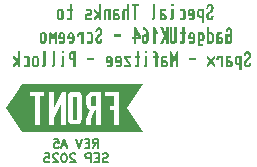
<source format=gbo>
G04 #@! TF.GenerationSoftware,KiCad,Pcbnew,9.0.1+1*
G04 #@! TF.CreationDate,2025-09-01T10:11:47+00:00*
G04 #@! TF.ProjectId,RIPPLE,52495050-4c45-42e6-9b69-6361645f7063,rev?*
G04 #@! TF.SameCoordinates,Original*
G04 #@! TF.FileFunction,Legend,Bot*
G04 #@! TF.FilePolarity,Positive*
%FSLAX46Y46*%
G04 Gerber Fmt 4.6, Leading zero omitted, Abs format (unit mm)*
G04 Created by KiCad (PCBNEW 9.0.1+1) date 2025-09-01 10:11:47*
%MOMM*%
%LPD*%
G01*
G04 APERTURE LIST*
%ADD10C,0.127000*%
%ADD11C,0.000000*%
%ADD12C,0.100000*%
%ADD13R,1.700000X1.700000*%
%ADD14O,1.700000X1.700000*%
%ADD15C,1.700000*%
%ADD16R,1.524000X6.754000*%
G04 APERTURE END LIST*
D10*
X7912096Y10183424D02*
X8166096Y10546281D01*
X8347525Y10183424D02*
X8347525Y10945424D01*
X8347525Y10945424D02*
X8057239Y10945424D01*
X8057239Y10945424D02*
X7984668Y10909138D01*
X7984668Y10909138D02*
X7948382Y10872852D01*
X7948382Y10872852D02*
X7912096Y10800281D01*
X7912096Y10800281D02*
X7912096Y10691424D01*
X7912096Y10691424D02*
X7948382Y10618852D01*
X7948382Y10618852D02*
X7984668Y10582567D01*
X7984668Y10582567D02*
X8057239Y10546281D01*
X8057239Y10546281D02*
X8347525Y10546281D01*
X7585525Y10582567D02*
X7331525Y10582567D01*
X7222668Y10183424D02*
X7585525Y10183424D01*
X7585525Y10183424D02*
X7585525Y10945424D01*
X7585525Y10945424D02*
X7222668Y10945424D01*
X7004953Y10945424D02*
X6750953Y10183424D01*
X6750953Y10183424D02*
X6496953Y10945424D01*
X5698668Y10401138D02*
X5335811Y10401138D01*
X5771239Y10183424D02*
X5517239Y10945424D01*
X5517239Y10945424D02*
X5263239Y10183424D01*
X4646382Y10945424D02*
X5009239Y10945424D01*
X5009239Y10945424D02*
X5045525Y10582567D01*
X5045525Y10582567D02*
X5009239Y10618852D01*
X5009239Y10618852D02*
X4936668Y10655138D01*
X4936668Y10655138D02*
X4755239Y10655138D01*
X4755239Y10655138D02*
X4682668Y10618852D01*
X4682668Y10618852D02*
X4646382Y10582567D01*
X4646382Y10582567D02*
X4610096Y10509995D01*
X4610096Y10509995D02*
X4610096Y10328567D01*
X4610096Y10328567D02*
X4646382Y10255995D01*
X4646382Y10255995D02*
X4682668Y10219709D01*
X4682668Y10219709D02*
X4755239Y10183424D01*
X4755239Y10183424D02*
X4936668Y10183424D01*
X4936668Y10183424D02*
X5009239Y10219709D01*
X5009239Y10219709D02*
X5045525Y10255995D01*
X9182096Y8992932D02*
X9073239Y8956647D01*
X9073239Y8956647D02*
X8891810Y8956647D01*
X8891810Y8956647D02*
X8819239Y8992932D01*
X8819239Y8992932D02*
X8782953Y9029218D01*
X8782953Y9029218D02*
X8746667Y9101790D01*
X8746667Y9101790D02*
X8746667Y9174361D01*
X8746667Y9174361D02*
X8782953Y9246932D01*
X8782953Y9246932D02*
X8819239Y9283218D01*
X8819239Y9283218D02*
X8891810Y9319504D01*
X8891810Y9319504D02*
X9036953Y9355790D01*
X9036953Y9355790D02*
X9109524Y9392075D01*
X9109524Y9392075D02*
X9145810Y9428361D01*
X9145810Y9428361D02*
X9182096Y9500932D01*
X9182096Y9500932D02*
X9182096Y9573504D01*
X9182096Y9573504D02*
X9145810Y9646075D01*
X9145810Y9646075D02*
X9109524Y9682361D01*
X9109524Y9682361D02*
X9036953Y9718647D01*
X9036953Y9718647D02*
X8855524Y9718647D01*
X8855524Y9718647D02*
X8746667Y9682361D01*
X8420096Y9355790D02*
X8166096Y9355790D01*
X8057239Y8956647D02*
X8420096Y8956647D01*
X8420096Y8956647D02*
X8420096Y9718647D01*
X8420096Y9718647D02*
X8057239Y9718647D01*
X7730667Y8956647D02*
X7730667Y9718647D01*
X7730667Y9718647D02*
X7440381Y9718647D01*
X7440381Y9718647D02*
X7367810Y9682361D01*
X7367810Y9682361D02*
X7331524Y9646075D01*
X7331524Y9646075D02*
X7295238Y9573504D01*
X7295238Y9573504D02*
X7295238Y9464647D01*
X7295238Y9464647D02*
X7331524Y9392075D01*
X7331524Y9392075D02*
X7367810Y9355790D01*
X7367810Y9355790D02*
X7440381Y9319504D01*
X7440381Y9319504D02*
X7730667Y9319504D01*
X6424382Y9646075D02*
X6388096Y9682361D01*
X6388096Y9682361D02*
X6315525Y9718647D01*
X6315525Y9718647D02*
X6134096Y9718647D01*
X6134096Y9718647D02*
X6061525Y9682361D01*
X6061525Y9682361D02*
X6025239Y9646075D01*
X6025239Y9646075D02*
X5988953Y9573504D01*
X5988953Y9573504D02*
X5988953Y9500932D01*
X5988953Y9500932D02*
X6025239Y9392075D01*
X6025239Y9392075D02*
X6460667Y8956647D01*
X6460667Y8956647D02*
X5988953Y8956647D01*
X5517239Y9718647D02*
X5444668Y9718647D01*
X5444668Y9718647D02*
X5372096Y9682361D01*
X5372096Y9682361D02*
X5335811Y9646075D01*
X5335811Y9646075D02*
X5299525Y9573504D01*
X5299525Y9573504D02*
X5263239Y9428361D01*
X5263239Y9428361D02*
X5263239Y9246932D01*
X5263239Y9246932D02*
X5299525Y9101790D01*
X5299525Y9101790D02*
X5335811Y9029218D01*
X5335811Y9029218D02*
X5372096Y8992932D01*
X5372096Y8992932D02*
X5444668Y8956647D01*
X5444668Y8956647D02*
X5517239Y8956647D01*
X5517239Y8956647D02*
X5589811Y8992932D01*
X5589811Y8992932D02*
X5626096Y9029218D01*
X5626096Y9029218D02*
X5662382Y9101790D01*
X5662382Y9101790D02*
X5698668Y9246932D01*
X5698668Y9246932D02*
X5698668Y9428361D01*
X5698668Y9428361D02*
X5662382Y9573504D01*
X5662382Y9573504D02*
X5626096Y9646075D01*
X5626096Y9646075D02*
X5589811Y9682361D01*
X5589811Y9682361D02*
X5517239Y9718647D01*
X4972954Y9646075D02*
X4936668Y9682361D01*
X4936668Y9682361D02*
X4864097Y9718647D01*
X4864097Y9718647D02*
X4682668Y9718647D01*
X4682668Y9718647D02*
X4610097Y9682361D01*
X4610097Y9682361D02*
X4573811Y9646075D01*
X4573811Y9646075D02*
X4537525Y9573504D01*
X4537525Y9573504D02*
X4537525Y9500932D01*
X4537525Y9500932D02*
X4573811Y9392075D01*
X4573811Y9392075D02*
X5009239Y8956647D01*
X5009239Y8956647D02*
X4537525Y8956647D01*
X3848097Y9718647D02*
X4210954Y9718647D01*
X4210954Y9718647D02*
X4247240Y9355790D01*
X4247240Y9355790D02*
X4210954Y9392075D01*
X4210954Y9392075D02*
X4138383Y9428361D01*
X4138383Y9428361D02*
X3956954Y9428361D01*
X3956954Y9428361D02*
X3884383Y9392075D01*
X3884383Y9392075D02*
X3848097Y9355790D01*
X3848097Y9355790D02*
X3811811Y9283218D01*
X3811811Y9283218D02*
X3811811Y9101790D01*
X3811811Y9101790D02*
X3848097Y9029218D01*
X3848097Y9029218D02*
X3884383Y8992932D01*
X3884383Y8992932D02*
X3956954Y8956647D01*
X3956954Y8956647D02*
X4138383Y8956647D01*
X4138383Y8956647D02*
X4210954Y8992932D01*
X4210954Y8992932D02*
X4247240Y9029218D01*
D11*
G36*
X8172899Y13753434D02*
G01*
X7881444Y13751884D01*
X7796178Y13826298D01*
X7768272Y13955747D01*
X7758971Y14158060D01*
X7765172Y14379752D01*
X7807030Y14480521D01*
X7895396Y14530131D01*
X8172899Y14531681D01*
X8172899Y13753434D01*
G37*
G36*
X6540440Y14513078D02*
G01*
X6569896Y14503776D01*
X6580748Y14465018D01*
X6591600Y14427811D01*
X6591600Y12646525D01*
X6580748Y12617069D01*
X6569896Y12584513D01*
X6521837Y12562809D01*
X6275340Y12562809D01*
X6219530Y12584513D01*
X6208678Y12612418D01*
X6210228Y14437113D01*
X6221080Y14469669D01*
X6231932Y14503776D01*
X6270689Y14513078D01*
X6307896Y14520829D01*
X6512535Y14520829D01*
X6540440Y14513078D01*
G37*
G36*
X10172777Y15605517D02*
G01*
X10834235Y15605517D01*
X12206417Y15605517D01*
X10834235Y13547245D01*
X12206417Y11488973D01*
X10834235Y11488973D01*
X10172777Y11488973D01*
X2619749Y11488973D01*
X1958291Y11488973D01*
X586109Y13547245D01*
X1517319Y14944059D01*
X2619749Y14944059D01*
X2627501Y14531681D01*
X3024376Y14531681D01*
X3025926Y12150431D01*
X3438304Y12150431D01*
X4213450Y12150431D01*
X4625828Y12150431D01*
X4625828Y12714738D01*
X5205638Y13874357D01*
X5205638Y12150431D01*
X5618016Y12150431D01*
X5618016Y14482072D01*
X5800950Y14482072D01*
X5800950Y12610868D01*
X5830406Y12525602D01*
X5950166Y12290733D01*
X6107909Y12162833D01*
X6676866Y12162833D01*
X6791200Y12233372D01*
X6886156Y12336466D01*
X6958244Y12479093D01*
X7003978Y12626371D01*
X7003978Y14429362D01*
X7382249Y14429362D01*
X7383800Y13871256D01*
X7405504Y13793742D01*
X7445811Y13640263D01*
X7538441Y13478257D01*
X7661302Y13358109D01*
X7590376Y13189902D01*
X7489220Y12955033D01*
X7405504Y12787601D01*
X7382249Y12606217D01*
X7382249Y12150431D01*
X7794627Y12150431D01*
X7789589Y12417081D01*
X7799278Y12600016D01*
X7843074Y12810856D01*
X7924852Y13021696D01*
X8079881Y13341056D01*
X8172899Y13341056D01*
X8172899Y12150431D01*
X8585277Y12150431D01*
X8585277Y14944059D01*
X8966649Y14944059D01*
X8966649Y14531681D01*
X9760399Y14531681D01*
X9760399Y13753434D01*
X9363524Y13753434D01*
X9363524Y13341056D01*
X9760399Y13341056D01*
X9760399Y12150431D01*
X10172777Y12153532D01*
X10172777Y14944059D01*
X8966649Y14944059D01*
X8585277Y14944059D01*
X7788426Y14944059D01*
X7593089Y14840189D01*
X7447362Y14680509D01*
X7382249Y14429362D01*
X7003978Y14429362D01*
X7003978Y14471220D01*
X6985374Y14606870D01*
X6929564Y14768876D01*
X6813292Y14894450D01*
X6710972Y14944059D01*
X6129613Y14944059D01*
X6013341Y14899100D01*
X5864513Y14711515D01*
X5800950Y14482072D01*
X5618016Y14482072D01*
X5618016Y14944059D01*
X5303306Y14944059D01*
X4625828Y13567399D01*
X4625828Y14944059D01*
X4213450Y14944059D01*
X4213450Y12150431D01*
X3438304Y12150431D01*
X3436754Y14531681D01*
X3827428Y14531681D01*
X3825877Y14944059D01*
X2619749Y14944059D01*
X1517319Y14944059D01*
X1958291Y15605517D01*
X2619749Y15605517D01*
X10172777Y15605517D01*
G37*
G36*
X5508766Y18176232D02*
G01*
X5307081Y18176232D01*
X5307081Y18379445D01*
X5508766Y18379445D01*
X5508766Y18176232D01*
G37*
G36*
X8048154Y17590278D02*
G01*
X7453797Y17589514D01*
X7453797Y17792727D01*
X8048154Y17793491D01*
X8048154Y17590278D01*
G37*
G36*
X10310283Y19578897D02*
G01*
X9711604Y19578128D01*
X9711604Y19782817D01*
X10310283Y19783587D01*
X10310283Y19578897D01*
G37*
G36*
X12535630Y18176232D02*
G01*
X12333946Y18176232D01*
X12333946Y18379445D01*
X12535630Y18379445D01*
X12535630Y18176232D01*
G37*
G36*
X14782159Y22162115D02*
G01*
X14577521Y22162115D01*
X14577521Y22368304D01*
X14782159Y22368304D01*
X14782159Y22162115D01*
G37*
G36*
X16636545Y17590278D02*
G01*
X16042187Y17589514D01*
X16042187Y17792727D01*
X16636545Y17793491D01*
X16636545Y17590278D01*
G37*
G36*
X13455272Y19912095D02*
G01*
X13455272Y19775122D01*
X13259047Y19775122D01*
X13259047Y18987144D01*
X13054357Y18987144D01*
X13054357Y20373801D01*
X13222880Y20373801D01*
X13455272Y19912095D01*
G37*
G36*
X11809473Y22162115D02*
G01*
X11614136Y22162115D01*
X11614911Y20971490D01*
X11408722Y20971490D01*
X11407947Y22162115D01*
X11209509Y22162115D01*
X11205633Y22368304D01*
X11808697Y22368304D01*
X11809473Y22162115D01*
G37*
G36*
X3947240Y17289280D02*
G01*
X3939601Y17190729D01*
X3895970Y17104742D01*
X3838419Y17042352D01*
X3766947Y17003560D01*
X3653117Y17006616D01*
X3653117Y17209064D01*
X3745556Y17206009D01*
X3745556Y18379445D01*
X3948768Y18379445D01*
X3947240Y17289280D01*
G37*
G36*
X4728003Y17289280D02*
G01*
X4720363Y17190729D01*
X4676733Y17104742D01*
X4619182Y17042352D01*
X4547709Y17003560D01*
X4433880Y17006616D01*
X4433880Y17209064D01*
X4526319Y17206009D01*
X4526319Y18379445D01*
X4729531Y18379445D01*
X4728003Y17289280D01*
G37*
G36*
X5508766Y17289280D02*
G01*
X5501126Y17190729D01*
X5457496Y17104742D01*
X5399944Y17042352D01*
X5328472Y17003560D01*
X5214643Y17006616D01*
X5214643Y17209064D01*
X5307081Y17206009D01*
X5307081Y17988299D01*
X5508766Y17988299D01*
X5508766Y17289280D01*
G37*
G36*
X11171205Y17785087D02*
G01*
X10783116Y17785087D01*
X11174261Y17203717D01*
X11174261Y17002796D01*
X10579140Y17002796D01*
X10579140Y17206009D01*
X10964937Y17206009D01*
X10579140Y17785087D01*
X10579140Y17986007D01*
X11173497Y17986007D01*
X11171205Y17785087D01*
G37*
G36*
X12535630Y17289280D02*
G01*
X12527991Y17190729D01*
X12484360Y17104742D01*
X12426809Y17042352D01*
X12355337Y17003560D01*
X12241507Y17006616D01*
X12241507Y17209064D01*
X12333946Y17206009D01*
X12333946Y17988299D01*
X12535630Y17988299D01*
X12535630Y17289280D01*
G37*
G36*
X13197760Y21262170D02*
G01*
X13190008Y21162176D01*
X13145739Y21074929D01*
X13087345Y21011626D01*
X13014825Y20972266D01*
X12899329Y20975366D01*
X12899329Y21180780D01*
X12993121Y21177679D01*
X12993121Y22368304D01*
X13199310Y22368304D01*
X13197760Y21262170D01*
G37*
G36*
X14782159Y21262170D02*
G01*
X14774408Y21162176D01*
X14730138Y21074929D01*
X14671744Y21011626D01*
X14599225Y20972266D01*
X14483728Y20975366D01*
X14483728Y21180780D01*
X14577521Y21177679D01*
X14577521Y21971429D01*
X14782159Y21971429D01*
X14782159Y21262170D01*
G37*
G36*
X14136289Y19795130D02*
G01*
X14136289Y20373801D01*
X14340978Y20373801D01*
X14340978Y18987144D01*
X14136289Y18987144D01*
X14136289Y19565815D01*
X13846953Y18987144D01*
X13641494Y18987144D01*
X13984695Y19687398D01*
X13641494Y20373801D01*
X13846953Y20373801D01*
X14136289Y19795130D01*
G37*
G36*
X14829025Y17894333D02*
G01*
X15068908Y18379445D01*
X15172806Y18379445D01*
X15172806Y17002796D01*
X14969593Y17002796D01*
X14969593Y17772864D01*
X14823678Y17486380D01*
X14683874Y17772100D01*
X14683874Y17002796D01*
X14480662Y17002796D01*
X14480662Y18379445D01*
X14584560Y18379445D01*
X14829025Y17894333D01*
G37*
G36*
X1802052Y17002796D02*
G01*
X1598840Y17002796D01*
X1598840Y17386302D01*
X1310829Y17002796D01*
X1207695Y17002796D01*
X1207695Y17203717D01*
X1420075Y17494784D01*
X1207695Y17787379D01*
X1207695Y17988299D01*
X1310829Y17988299D01*
X1598840Y17604793D01*
X1598840Y18379445D01*
X1802052Y18379445D01*
X1802052Y17002796D01*
G37*
G36*
X8644549Y20971490D02*
G01*
X8438360Y20971490D01*
X8438360Y21360614D01*
X8146130Y20971490D01*
X8041485Y20971490D01*
X8041485Y21175354D01*
X8256976Y21470685D01*
X8041485Y21767566D01*
X8041485Y21971429D01*
X8146130Y21971429D01*
X8438360Y21582306D01*
X8438360Y22368304D01*
X8644549Y22368304D01*
X8644549Y20971490D01*
G37*
G36*
X9435199Y20973041D02*
G01*
X9229010Y20973041D01*
X9229010Y21765240D01*
X9129016Y21765240D01*
X9056152Y21731134D01*
X9046850Y21697028D01*
X9038324Y21666022D01*
X9039099Y20972266D01*
X8832910Y20972266D01*
X8832910Y21724933D01*
X8854227Y21796440D01*
X8918176Y21913293D01*
X9034448Y21971429D01*
X9436749Y21971429D01*
X9435199Y20973041D01*
G37*
G36*
X7164524Y18987144D02*
G01*
X6958295Y18988683D01*
X6958295Y19775122D01*
X6859029Y19775122D01*
X6785925Y19742033D01*
X6777461Y19708944D01*
X6768996Y19677394D01*
X6770535Y19578128D01*
X6565845Y19578128D01*
X6565076Y19735108D01*
X6600473Y19843609D01*
X6651453Y19919213D01*
X6722825Y19964422D01*
X6765148Y19979812D01*
X7163755Y19979812D01*
X7164524Y18987144D01*
G37*
G36*
X18978833Y17002796D02*
G01*
X18774093Y17004324D01*
X18774093Y17785087D01*
X18675543Y17785087D01*
X18602967Y17752237D01*
X18594563Y17719387D01*
X18586160Y17688065D01*
X18587688Y17589514D01*
X18384475Y17589514D01*
X18383711Y17745361D01*
X18418853Y17853079D01*
X18469465Y17928138D01*
X18540322Y17973020D01*
X18582340Y17988299D01*
X18978069Y17988299D01*
X18978833Y17002796D01*
G37*
G36*
X2384187Y17982188D02*
G01*
X2450651Y17975312D01*
X2516351Y17934822D01*
X2566199Y17865111D01*
X2582815Y17788907D01*
X2582815Y17202189D01*
X2564862Y17138780D01*
X2511003Y17063149D01*
X2446067Y17027243D01*
X2381895Y17006616D01*
X2086244Y17002796D01*
X2086244Y17206009D01*
X2378075Y17207536D01*
X2378075Y17785087D01*
X2086244Y17785087D01*
X2086244Y17988299D01*
X2384187Y17982188D01*
G37*
G36*
X7750891Y19973656D02*
G01*
X7817839Y19966730D01*
X7884017Y19925946D01*
X7934227Y19855728D01*
X7950964Y19778970D01*
X7950964Y19187986D01*
X7932880Y19124116D01*
X7878630Y19047935D01*
X7813222Y19011768D01*
X7748583Y18990991D01*
X7450782Y18987144D01*
X7450782Y19191833D01*
X7744735Y19193372D01*
X7744735Y19775122D01*
X7450782Y19775122D01*
X7450782Y19979812D01*
X7750891Y19973656D01*
G37*
G36*
X11020373Y20972266D02*
G01*
X10814184Y20972266D01*
X10814184Y21765240D01*
X10714191Y21765240D01*
X10640552Y21731134D01*
X10632025Y21697803D01*
X10623498Y21666022D01*
X10624274Y20971490D01*
X10418085Y20971490D01*
X10418085Y21724158D01*
X10451416Y21821826D01*
X10503351Y21913293D01*
X10619623Y21971429D01*
X10814184Y21971429D01*
X10814184Y22368304D01*
X11020373Y22368304D01*
X11020373Y20972266D01*
G37*
G36*
X11981660Y19609678D02*
G01*
X11981660Y19381133D01*
X11586131Y19381133D01*
X11585362Y18987144D01*
X11382980Y18987144D01*
X11382980Y19381133D01*
X11284483Y19381133D01*
X11284483Y19585823D01*
X11382980Y19585823D01*
X11587670Y19585823D01*
X11774661Y19585823D01*
X11587670Y19959805D01*
X11587670Y19585823D01*
X11382980Y19585823D01*
X11382980Y20373801D01*
X11596904Y20374571D01*
X11981660Y19609678D01*
G37*
G36*
X15572809Y21965228D02*
G01*
X15640246Y21958252D01*
X15706909Y21917169D01*
X15757487Y21846437D01*
X15774347Y21769116D01*
X15774347Y21173804D01*
X15756131Y21109466D01*
X15701483Y21032727D01*
X15635596Y20996295D01*
X15570483Y20975366D01*
X15270502Y20971490D01*
X15270502Y21177679D01*
X15566608Y21179230D01*
X15566608Y21765240D01*
X15270502Y21765240D01*
X15270502Y21971429D01*
X15572809Y21965228D01*
G37*
G36*
X17952076Y17600210D02*
G01*
X18191959Y17988299D01*
X18294329Y17988299D01*
X18295093Y17788143D01*
X18112507Y17500132D01*
X18295093Y17202953D01*
X18294329Y17002796D01*
X18191959Y17002796D01*
X17952840Y17390886D01*
X17707611Y17002796D01*
X17603713Y17002796D01*
X17603713Y17203717D01*
X17798521Y17494784D01*
X17603713Y17787379D01*
X17603713Y17988299D01*
X17707611Y17988299D01*
X17952076Y17600210D01*
G37*
G36*
X4552036Y19745111D02*
G01*
X4700552Y19979812D01*
X4903703Y19979812D01*
X4903703Y18987144D01*
X4699013Y18987144D01*
X4699013Y19565815D01*
X4606672Y19381133D01*
X4503557Y19381133D01*
X4411216Y19565815D01*
X4411216Y18987144D01*
X4206526Y18987144D01*
X4206526Y19732030D01*
X4214606Y19790705D01*
X4238846Y19871311D01*
X4284632Y19929601D01*
X4341960Y19979812D01*
X4409677Y19979812D01*
X4552036Y19745111D01*
G37*
G36*
X13311093Y18343586D02*
G01*
X13370061Y18272682D01*
X13405442Y18172842D01*
X13417235Y18044068D01*
X13415707Y17988299D01*
X13510438Y17988299D01*
X13510438Y17785087D01*
X13415707Y17785087D01*
X13415707Y17002796D01*
X13212495Y17002796D01*
X13212495Y17785087D01*
X13016922Y17785087D01*
X13016922Y17988299D01*
X13212495Y17988299D01*
X13212495Y18176232D01*
X13016922Y18176232D01*
X13016922Y18379445D01*
X13228538Y18385556D01*
X13311093Y18343586D01*
G37*
G36*
X6168732Y21971429D02*
G01*
X6267950Y21971429D01*
X6267950Y21765240D01*
X6168732Y21765240D01*
X6168732Y21273798D01*
X6156911Y21160432D01*
X6121448Y21071484D01*
X6056335Y21004047D01*
X6009827Y20986993D01*
X5966418Y20971490D01*
X5764105Y20971490D01*
X5764105Y21177679D01*
X5962543Y21177679D01*
X5962543Y21765240D01*
X5764105Y21765240D01*
X5764105Y21971429D01*
X5962543Y21971429D01*
X5962543Y22368304D01*
X6168732Y22368304D01*
X6168732Y21971429D01*
G37*
G36*
X11854182Y17988299D02*
G01*
X11951968Y17988299D01*
X11951968Y17785087D01*
X11854182Y17785087D01*
X11854182Y17300739D01*
X11842532Y17189011D01*
X11807581Y17101347D01*
X11743408Y17034882D01*
X11697571Y17018075D01*
X11654789Y17002796D01*
X11455397Y17002796D01*
X11455397Y17206009D01*
X11650970Y17206009D01*
X11650970Y17785087D01*
X11455397Y17785087D01*
X11455397Y17988299D01*
X11650970Y17988299D01*
X11650970Y18379445D01*
X11854182Y18379445D01*
X11854182Y17988299D01*
G37*
G36*
X15716863Y19979812D02*
G01*
X15815360Y19979812D01*
X15815360Y19775122D01*
X15716863Y19775122D01*
X15716863Y19287253D01*
X15705128Y19174712D01*
X15669923Y19086410D01*
X15605284Y19019463D01*
X15559113Y19002534D01*
X15516021Y18987144D01*
X15315179Y18987144D01*
X15315179Y19191833D01*
X15512173Y19191833D01*
X15512173Y19775122D01*
X15315179Y19775122D01*
X15315179Y19979812D01*
X15512173Y19979812D01*
X15512173Y20373801D01*
X15716863Y20373801D01*
X15716863Y19979812D01*
G37*
G36*
X14634162Y19232617D02*
G01*
X14648013Y19203376D01*
X14661095Y19198759D01*
X14673407Y19194142D01*
X14784216Y19194142D01*
X14799607Y19198759D01*
X14815766Y19203376D01*
X14822692Y20373801D01*
X15030460Y20373801D01*
X15029690Y19274940D01*
X15017378Y19178559D01*
X14980442Y19077176D01*
X14905030Y19012537D01*
X14866554Y19000225D01*
X14830387Y18989452D01*
X14633392Y18989452D01*
X14551055Y19013307D01*
X14472565Y19079485D01*
X14441977Y19172980D01*
X14431781Y19274940D01*
X14431781Y20373801D01*
X14634931Y20373801D01*
X14634162Y19232617D01*
G37*
G36*
X17780690Y19979812D02*
G01*
X17973837Y19979812D01*
X18090033Y19922099D01*
X18144668Y19831297D01*
X18175449Y19716639D01*
X18175449Y19242621D01*
X18143129Y19117960D01*
X18070795Y19038701D01*
X17973837Y18987144D01*
X17576000Y18987144D01*
X17576000Y19775122D01*
X17780690Y19775122D01*
X17780690Y19191833D01*
X17918432Y19192603D01*
X17985380Y19228000D01*
X17985380Y19674316D01*
X17976915Y19705097D01*
X17968451Y19738955D01*
X17926897Y19779739D01*
X17780690Y19775122D01*
X17576000Y19775122D01*
X17576000Y20373801D01*
X17780690Y20373801D01*
X17780690Y19979812D01*
G37*
G36*
X6487393Y17002796D02*
G01*
X6284181Y17002796D01*
X6284181Y17589514D01*
X6092428Y17589514D01*
X5978598Y17646811D01*
X5923594Y17744597D01*
X5893035Y17850787D01*
X5892640Y17992883D01*
X6077913Y17992883D01*
X6082878Y17892614D01*
X6097775Y17828632D01*
X6140557Y17791963D01*
X6284181Y17792727D01*
X6284181Y18176232D01*
X6147433Y18175468D01*
X6103887Y18151022D01*
X6080968Y18101365D01*
X6077913Y17992883D01*
X5892640Y17992883D01*
X5892271Y18125811D01*
X5924358Y18249572D01*
X5996169Y18328260D01*
X6092428Y18379445D01*
X6487393Y18379445D01*
X6487393Y17002796D01*
G37*
G36*
X17359521Y20773828D02*
G01*
X17153332Y20773828D01*
X17153332Y21169928D01*
X16958771Y21169928D01*
X16841724Y21228064D01*
X16786688Y21319531D01*
X16755682Y21435028D01*
X16755706Y21477661D01*
X16947143Y21477661D01*
X16955670Y21446655D01*
X16964197Y21412549D01*
X17006055Y21371466D01*
X17153332Y21376117D01*
X17153332Y21765240D01*
X17015356Y21764465D01*
X16947919Y21728809D01*
X16947143Y21477661D01*
X16755706Y21477661D01*
X16755768Y21585923D01*
X16756027Y21678941D01*
X16756457Y21714081D01*
X16789014Y21839654D01*
X16861102Y21919495D01*
X16958771Y21971429D01*
X17359521Y21971429D01*
X17359521Y20773828D01*
G37*
G36*
X20541122Y16807988D02*
G01*
X20337910Y16807988D01*
X20337910Y17198369D01*
X20146157Y17198369D01*
X20030800Y17255666D01*
X19976559Y17345812D01*
X19946001Y17459642D01*
X19946025Y17501659D01*
X20134698Y17501659D01*
X20143101Y17471101D01*
X20151505Y17437487D01*
X20192759Y17396998D01*
X20337910Y17401581D01*
X20337910Y17785087D01*
X20201926Y17784323D01*
X20135462Y17749181D01*
X20134698Y17501659D01*
X19946025Y17501659D01*
X19946086Y17608359D01*
X19946340Y17700033D01*
X19946765Y17734666D01*
X19978851Y17858427D01*
X20049899Y17937114D01*
X20146157Y17988299D01*
X20541122Y17988299D01*
X20541122Y16807988D01*
G37*
G36*
X3248985Y17954685D02*
G01*
X3314685Y17889749D01*
X3349636Y17792727D01*
X3361286Y17701816D01*
X3361286Y17286224D01*
X3337603Y17185382D01*
X3295586Y17105930D01*
X3238289Y17040230D01*
X3152726Y17004324D01*
X2962501Y17004324D01*
X2854699Y17073420D01*
X2790017Y17160511D01*
X2768456Y17265597D01*
X2769220Y17713275D01*
X2779013Y17785087D01*
X2970905Y17785087D01*
X2972433Y17206009D01*
X3160366Y17206009D01*
X3158838Y17785087D01*
X2970905Y17785087D01*
X2779013Y17785087D01*
X2782972Y17814117D01*
X2828427Y17890131D01*
X2888397Y17949337D01*
X2985420Y17988299D01*
X3163422Y17988299D01*
X3248985Y17954685D01*
G37*
G36*
X3903339Y19945954D02*
G01*
X3969517Y19880545D01*
X4004722Y19782817D01*
X4016457Y19691246D01*
X4016457Y19272632D01*
X3992602Y19171057D01*
X3950279Y19091027D01*
X3892566Y19024850D01*
X3806381Y18988683D01*
X3614773Y18988683D01*
X3506186Y19058281D01*
X3441034Y19146005D01*
X3419317Y19251855D01*
X3420087Y19702788D01*
X3429951Y19775122D01*
X3623237Y19775122D01*
X3624776Y19191833D01*
X3814076Y19191833D01*
X3812537Y19775122D01*
X3623237Y19775122D01*
X3429951Y19775122D01*
X3433938Y19804364D01*
X3479724Y19880930D01*
X3540130Y19940567D01*
X3637858Y19979812D01*
X3817154Y19979812D01*
X3903339Y19945954D01*
G37*
G36*
X5359479Y21937323D02*
G01*
X5426141Y21871435D01*
X5461604Y21772992D01*
X5473425Y21680749D01*
X5473425Y21259070D01*
X5449396Y21156750D01*
X5406763Y21076135D01*
X5348627Y21009473D01*
X5261810Y20973041D01*
X5068799Y20973041D01*
X4959417Y21043148D01*
X4893788Y21131515D01*
X4871912Y21238141D01*
X4872687Y21692377D01*
X4882622Y21765240D01*
X5077325Y21765240D01*
X5078876Y21177679D01*
X5269562Y21177679D01*
X5268011Y21765240D01*
X5077325Y21765240D01*
X4882622Y21765240D01*
X4886639Y21794696D01*
X4932761Y21871823D01*
X4993610Y21931897D01*
X5092053Y21971429D01*
X5272662Y21971429D01*
X5359479Y21937323D01*
G37*
G36*
X5488531Y19928255D02*
G01*
X5549130Y19843224D01*
X5583180Y19758963D01*
X5590106Y19662004D01*
X5590106Y19271093D01*
X5573946Y19204146D01*
X5536582Y19115224D01*
X5471687Y19043403D01*
X5379260Y18988683D01*
X5091463Y18988683D01*
X5091463Y19193372D01*
X5385416Y19193372D01*
X5385416Y19381902D01*
X4992196Y19381902D01*
X4992966Y19585053D01*
X4993044Y19587362D01*
X5196117Y19587362D01*
X5385416Y19586592D01*
X5385416Y19775122D01*
X5196117Y19775122D01*
X5196117Y19587362D01*
X4993044Y19587362D01*
X4996621Y19693554D01*
X5006048Y19766658D01*
X5037213Y19850919D01*
X5089155Y19928255D01*
X5181496Y19979812D01*
X5390033Y19979812D01*
X5488531Y19928255D01*
G37*
G36*
X6274970Y19928255D02*
G01*
X6335569Y19843224D01*
X6369620Y19758963D01*
X6376546Y19662004D01*
X6376546Y19271093D01*
X6360386Y19204146D01*
X6323022Y19115224D01*
X6258127Y19043403D01*
X6165700Y18988683D01*
X5877903Y18988683D01*
X5877903Y19193372D01*
X6171856Y19193372D01*
X6171856Y19381902D01*
X5778636Y19381902D01*
X5779406Y19585053D01*
X5779484Y19587362D01*
X5982556Y19587362D01*
X6171856Y19586592D01*
X6171856Y19775122D01*
X5982556Y19775122D01*
X5982556Y19587362D01*
X5779484Y19587362D01*
X5783061Y19693554D01*
X5792487Y19766658D01*
X5823652Y19850919D01*
X5875594Y19928255D01*
X5967936Y19979812D01*
X6176473Y19979812D01*
X6274970Y19928255D01*
G37*
G36*
X9507310Y17937114D02*
G01*
X9567471Y17852697D01*
X9601276Y17769044D01*
X9608152Y17672786D01*
X9608152Y17284696D01*
X9592109Y17218232D01*
X9555015Y17129953D01*
X9490588Y17058650D01*
X9398828Y17004324D01*
X9113109Y17004324D01*
X9113109Y17207536D01*
X9404940Y17207536D01*
X9404940Y17394706D01*
X9014558Y17394706D01*
X9015322Y17596390D01*
X9015399Y17598682D01*
X9217007Y17598682D01*
X9404940Y17597918D01*
X9404940Y17785087D01*
X9217007Y17785087D01*
X9217007Y17598682D01*
X9015399Y17598682D01*
X9018951Y17704108D01*
X9028310Y17776684D01*
X9059250Y17860337D01*
X9110817Y17937114D01*
X9202492Y17988299D01*
X9409524Y17988299D01*
X9507310Y17937114D01*
G37*
G36*
X10288073Y17937114D02*
G01*
X10348234Y17852697D01*
X10382039Y17769044D01*
X10388915Y17672786D01*
X10388915Y17284696D01*
X10372872Y17218232D01*
X10335777Y17129953D01*
X10271350Y17058650D01*
X10179591Y17004324D01*
X9893871Y17004324D01*
X9893871Y17207536D01*
X10185703Y17207536D01*
X10185703Y17394706D01*
X9795321Y17394706D01*
X9796085Y17596390D01*
X9796162Y17598682D01*
X9997769Y17598682D01*
X10185703Y17597918D01*
X10185703Y17785087D01*
X9997769Y17785087D01*
X9997769Y17598682D01*
X9796162Y17598682D01*
X9799714Y17704108D01*
X9809072Y17776684D01*
X9840013Y17860337D01*
X9891580Y17937114D01*
X9983254Y17988299D01*
X10190286Y17988299D01*
X10288073Y17937114D01*
G37*
G36*
X16462677Y21919495D02*
G01*
X16523720Y21833841D01*
X16558020Y21748962D01*
X16564996Y21651294D01*
X16564996Y21257519D01*
X16548718Y21190082D01*
X16511080Y21100509D01*
X16445710Y21028162D01*
X16352606Y20973041D01*
X16062701Y20973041D01*
X16062701Y21179230D01*
X16358807Y21179230D01*
X16358807Y21369141D01*
X15962707Y21369141D01*
X15963483Y21573779D01*
X15963561Y21576105D01*
X16168121Y21576105D01*
X16358807Y21575330D01*
X16358807Y21765240D01*
X16168121Y21765240D01*
X16168121Y21576105D01*
X15963561Y21576105D01*
X15967165Y21683075D01*
X15976660Y21756714D01*
X16008053Y21841592D01*
X16060376Y21919495D01*
X16153393Y21971429D01*
X16363458Y21971429D01*
X16462677Y21919495D01*
G37*
G36*
X16498686Y19928255D02*
G01*
X16559285Y19843224D01*
X16593335Y19758963D01*
X16600261Y19662004D01*
X16600261Y19271093D01*
X16584101Y19204146D01*
X16546737Y19115224D01*
X16481842Y19043403D01*
X16389415Y18988683D01*
X16101618Y18988683D01*
X16101618Y19193372D01*
X16395571Y19193372D01*
X16395571Y19381902D01*
X16002351Y19381902D01*
X16003121Y19585053D01*
X16003199Y19587362D01*
X16206272Y19587362D01*
X16395571Y19586592D01*
X16395571Y19775122D01*
X16206272Y19775122D01*
X16206272Y19587362D01*
X16003199Y19587362D01*
X16006776Y19693554D01*
X16016203Y19766658D01*
X16047368Y19850919D01*
X16099310Y19928255D01*
X16191651Y19979812D01*
X16400188Y19979812D01*
X16498686Y19928255D01*
G37*
G36*
X10129730Y21764465D02*
G01*
X10052215Y21766016D01*
X9975476Y21766791D01*
X9884784Y21763496D01*
X9839050Y21755163D01*
X9833624Y21721832D01*
X9833624Y21574554D01*
X10028961Y21574554D01*
X10115002Y21540448D01*
X10180696Y21466034D01*
X10225848Y21357513D01*
X10225848Y21185431D01*
X10174689Y21071484D01*
X10111514Y21012961D01*
X10025860Y20972266D01*
X9625885Y20971490D01*
X9625885Y21177679D01*
X9833624Y21177679D01*
X9984003Y21177679D01*
X10017334Y21207910D01*
X10029736Y21268371D01*
X10017334Y21339685D01*
X9987878Y21368365D01*
X9833624Y21368365D01*
X9833624Y21177679D01*
X9625885Y21177679D01*
X9625885Y21769116D01*
X9646814Y21841980D01*
X9685571Y21907092D01*
X9745257Y21949725D01*
X9786340Y21960577D01*
X9825098Y21970654D01*
X10129730Y21970654D01*
X10129730Y21764465D01*
G37*
G36*
X14090729Y21764465D02*
G01*
X14013214Y21766016D01*
X13936475Y21766791D01*
X13845782Y21763496D01*
X13800049Y21755163D01*
X13794623Y21721832D01*
X13794623Y21574554D01*
X13989960Y21574554D01*
X14076001Y21540448D01*
X14141695Y21466034D01*
X14186847Y21357513D01*
X14186847Y21185431D01*
X14135687Y21071484D01*
X14072513Y21012961D01*
X13986859Y20972266D01*
X13586883Y20971490D01*
X13586883Y21177679D01*
X13794623Y21177679D01*
X13945001Y21177679D01*
X13978332Y21207910D01*
X13990735Y21268371D01*
X13978332Y21339685D01*
X13948877Y21368365D01*
X13794623Y21368365D01*
X13794623Y21177679D01*
X13586883Y21177679D01*
X13586883Y21769116D01*
X13607812Y21841980D01*
X13646570Y21907092D01*
X13706256Y21949725D01*
X13747339Y21960577D01*
X13786096Y21970654D01*
X14090729Y21970654D01*
X14090729Y21764465D01*
G37*
G36*
X14196470Y17784323D02*
G01*
X14120075Y17785851D01*
X14044443Y17786615D01*
X13955060Y17783368D01*
X13909987Y17775156D01*
X13904639Y17742305D01*
X13904639Y17597154D01*
X14097156Y17597154D01*
X14181955Y17563540D01*
X14246700Y17490200D01*
X14291201Y17383246D01*
X14291201Y17213648D01*
X14240780Y17101347D01*
X14178517Y17043668D01*
X14094100Y17003560D01*
X13699899Y17002796D01*
X13699899Y17206009D01*
X13904639Y17206009D01*
X14052846Y17206009D01*
X14085697Y17235803D01*
X14097920Y17295391D01*
X14085697Y17365675D01*
X14056666Y17393942D01*
X13904639Y17393942D01*
X13904639Y17206009D01*
X13699899Y17206009D01*
X13699899Y17788907D01*
X13720526Y17860719D01*
X13758723Y17924891D01*
X13817548Y17966908D01*
X13858038Y17977604D01*
X13896236Y17987535D01*
X14196470Y17987535D01*
X14196470Y17784323D01*
G37*
G36*
X18862622Y19774353D02*
G01*
X18785671Y19775892D01*
X18709489Y19776661D01*
X18619456Y19773391D01*
X18574055Y19765119D01*
X18568669Y19732030D01*
X18568669Y19585823D01*
X18762585Y19585823D01*
X18848001Y19551964D01*
X18913217Y19478091D01*
X18958041Y19370360D01*
X18958041Y19199528D01*
X18907253Y19086410D01*
X18844538Y19028312D01*
X18759507Y18987913D01*
X18362440Y18987144D01*
X18362440Y19191833D01*
X18568669Y19191833D01*
X18717954Y19191833D01*
X18751043Y19221844D01*
X18763355Y19281866D01*
X18751043Y19352661D01*
X18721801Y19381133D01*
X18568669Y19381133D01*
X18568669Y19191833D01*
X18362440Y19191833D01*
X18362440Y19778970D01*
X18383217Y19851304D01*
X18421692Y19915943D01*
X18480945Y19958266D01*
X18521729Y19969039D01*
X18560204Y19979043D01*
X18862622Y19979043D01*
X18862622Y19774353D01*
G37*
G36*
X19661809Y17784323D02*
G01*
X19585414Y17785851D01*
X19509782Y17786615D01*
X19420399Y17783368D01*
X19375326Y17775156D01*
X19369978Y17742305D01*
X19369978Y17597154D01*
X19562495Y17597154D01*
X19647294Y17563540D01*
X19712039Y17490200D01*
X19756540Y17383246D01*
X19756540Y17213648D01*
X19706119Y17101347D01*
X19643856Y17043668D01*
X19559439Y17003560D01*
X19165238Y17002796D01*
X19165238Y17206009D01*
X19369978Y17206009D01*
X19518186Y17206009D01*
X19551036Y17235803D01*
X19563259Y17295391D01*
X19551036Y17365675D01*
X19522005Y17393942D01*
X19369978Y17393942D01*
X19369978Y17206009D01*
X19165238Y17206009D01*
X19165238Y17788907D01*
X19185865Y17860719D01*
X19224063Y17924891D01*
X19282887Y17966908D01*
X19323377Y17977604D01*
X19361575Y17987535D01*
X19661809Y17987535D01*
X19661809Y17784323D01*
G37*
G36*
X19639250Y20316088D02*
G01*
X19692154Y20255297D01*
X19728321Y20169881D01*
X19746789Y20081387D01*
X19747559Y19290331D01*
X19737940Y19216073D01*
X19709083Y19139507D01*
X19666952Y19071982D01*
X19614433Y19015615D01*
X19552873Y18990222D01*
X19155036Y18988683D01*
X19155036Y19782817D01*
X19458223Y19782817D01*
X19458223Y19579667D01*
X19360495Y19579667D01*
X19360495Y19238773D01*
X19365882Y19223383D01*
X19372038Y19207224D01*
X19405896Y19193372D01*
X19449758Y19191833D01*
X19529018Y19204915D01*
X19545947Y19238004D01*
X19545947Y20122941D01*
X19540560Y20154491D01*
X19499776Y20170651D01*
X19449758Y20172959D01*
X19369729Y20159108D01*
X19358956Y20131406D01*
X19359725Y19972117D01*
X19155036Y19972117D01*
X19161577Y20108128D01*
X19187355Y20208357D01*
X19249301Y20300121D01*
X19348952Y20373801D01*
X19554412Y20373801D01*
X19639250Y20316088D01*
G37*
G36*
X7754681Y21918719D02*
G01*
X7829095Y21812524D01*
X7841498Y21759039D01*
X7852350Y21710205D01*
X7852350Y21594708D01*
X7823669Y21492389D01*
X7743829Y21396271D01*
X7667865Y21368365D01*
X7492682Y21368365D01*
X7466327Y21357513D01*
X7455475Y21328058D01*
X7455475Y21228064D01*
X7456250Y21224188D01*
X7460901Y21208685D01*
X7466327Y21188531D01*
X7527370Y21178261D01*
X7648486Y21175354D01*
X7794214Y21176129D01*
X7852350Y21177451D01*
X7852350Y20976141D01*
X7433771Y20976141D01*
X7336877Y21027301D01*
X7271765Y21104816D01*
X7260138Y21155975D01*
X7249286Y21203259D01*
X7249286Y21336584D01*
X7265564Y21400146D01*
X7284167Y21468359D01*
X7340753Y21531921D01*
X7439197Y21574554D01*
X7578529Y21577074D01*
X7635309Y21584631D01*
X7640735Y21601684D01*
X7646161Y21617963D01*
X7646161Y21729584D01*
X7635309Y21754388D01*
X7608954Y21765240D01*
X7348505Y21765240D01*
X7348505Y21971429D01*
X7662439Y21971429D01*
X7754681Y21918719D01*
G37*
G36*
X7862427Y21177679D02*
G01*
X7852350Y21177451D01*
X7852350Y21177679D01*
X7862427Y21177679D01*
G37*
G36*
X17208174Y19963652D02*
G01*
X17250497Y19949801D01*
X17320908Y19874581D01*
X17369002Y19782817D01*
X17382084Y19719717D01*
X17388240Y19687398D01*
X17388240Y19451158D01*
X17348033Y19349006D01*
X17312058Y19285714D01*
X17246650Y19226269D01*
X17158156Y19186447D01*
X16992711Y19181830D01*
X16992711Y19032545D01*
X17003485Y19007151D01*
X17031187Y18995608D01*
X17286664Y18995608D01*
X17286664Y18791688D01*
X16998867Y18791688D01*
X16926341Y18834973D01*
X16861125Y18890955D01*
X16814185Y18979833D01*
X16791100Y19074098D01*
X16790569Y19386519D01*
X16992711Y19386519D01*
X17145844Y19386519D01*
X17176624Y19398062D01*
X17182780Y19451928D01*
X17184319Y19555042D01*
X17183550Y19641227D01*
X17182780Y19728182D01*
X17178163Y19744342D01*
X17172777Y19760502D01*
X17156617Y19765888D01*
X17141227Y19771275D01*
X16994250Y19771275D01*
X16992711Y19386519D01*
X16790569Y19386519D01*
X16789561Y19979812D01*
X16837847Y19980004D01*
X16925764Y19982121D01*
X17038113Y19985968D01*
X17096567Y19988618D01*
X17208174Y19963652D01*
G37*
G36*
X17101789Y19988854D02*
G01*
X17096567Y19988618D01*
X17091209Y19989816D01*
X17101789Y19988854D01*
G37*
G36*
X12369493Y20363798D02*
G01*
X12419511Y20352255D01*
X12507235Y20274535D01*
X12578800Y20180654D01*
X12621892Y20076770D01*
X12643438Y20023674D01*
X12654212Y19924407D01*
X12664215Y19823601D01*
X12664215Y19284175D01*
X12636513Y19164131D01*
X12567257Y19061401D01*
X12463373Y18993300D01*
X12277152Y18993300D01*
X12202680Y19031775D01*
X12140350Y19089745D01*
X12090160Y19167209D01*
X12070923Y19238004D01*
X12070923Y19525031D01*
X12275613Y19525031D01*
X12275613Y19279558D01*
X12286386Y19230309D01*
X12305623Y19224153D01*
X12323322Y19218766D01*
X12415663Y19218766D01*
X12454139Y19235695D01*
X12464912Y19278788D01*
X12464912Y19569663D01*
X12346215Y19574857D01*
X12341021Y19576589D01*
X12302545Y19565046D01*
X12286386Y19558890D01*
X12280999Y19541191D01*
X12275613Y19525031D01*
X12070923Y19525031D01*
X12070923Y19538883D01*
X12092469Y19618912D01*
X12129406Y19693554D01*
X12197892Y19758963D01*
X12266378Y19780316D01*
X12365645Y19787434D01*
X12464912Y19782817D01*
X12467221Y19835144D01*
X12460637Y19946039D01*
X12440886Y20032481D01*
X12407968Y20094469D01*
X12352179Y20143141D01*
X12277152Y20170651D01*
X12169420Y20169112D01*
X12169420Y20373801D01*
X12323322Y20373801D01*
X12369493Y20363798D01*
G37*
G36*
X8565803Y20363798D02*
G01*
X8598122Y20352255D01*
X8678921Y20269148D01*
X8722783Y20169881D01*
X8737404Y20061380D01*
X8728939Y19972117D01*
X8721244Y19884393D01*
X8674881Y19781663D01*
X8655835Y19741264D01*
X8587349Y19659696D01*
X8521364Y19616795D01*
X8472692Y19588131D01*
X8386507Y19511180D01*
X8354187Y19442694D01*
X8343414Y19384980D01*
X8343222Y19292447D01*
X8343087Y19282292D01*
X8359574Y19202606D01*
X8384968Y19197220D01*
X8408823Y19191833D01*
X8489621Y19191833D01*
X8544256Y19243391D01*
X8561570Y19313224D01*
X8567342Y19388828D01*
X8737404Y19388828D01*
X8738943Y19341888D01*
X8723937Y19205107D01*
X8678921Y19097953D01*
X8609665Y19021772D01*
X8537331Y18993300D01*
X8338797Y18993300D01*
X8261846Y19022541D01*
X8205672Y19091412D01*
X8177200Y19134890D01*
X8162772Y19179714D01*
X8141033Y19269554D01*
X8138724Y19287253D01*
X8139302Y19386519D01*
X8141033Y19428843D01*
X8191051Y19583514D01*
X8274928Y19682781D01*
X8312441Y19712792D01*
X8401897Y19778200D01*
X8469999Y19834952D01*
X8509629Y19888240D01*
X8521941Y19934411D01*
X8532714Y19975964D01*
X8533069Y20071760D01*
X8516554Y20152182D01*
X8471922Y20169112D01*
X8391124Y20169112D01*
X8372656Y20163725D01*
X8353418Y20158338D01*
X8303592Y20079848D01*
X8284931Y19972117D01*
X8138724Y19972117D01*
X8137185Y20018288D01*
X8143855Y20106268D01*
X8163862Y20191684D01*
X8197207Y20274535D01*
X8280314Y20351486D01*
X8338797Y20373801D01*
X8536561Y20373801D01*
X8565803Y20363798D01*
G37*
G36*
X17978088Y22358227D02*
G01*
X18010644Y22346600D01*
X18092035Y22262884D01*
X18136218Y22162891D01*
X18150946Y22053595D01*
X18142419Y21963678D01*
X18134668Y21875311D01*
X18087965Y21771829D01*
X18068780Y21731134D01*
X17999792Y21648968D01*
X17933324Y21605754D01*
X17884296Y21576880D01*
X17797479Y21499365D01*
X17764923Y21430377D01*
X17754071Y21372241D01*
X17753877Y21279030D01*
X17753741Y21268797D01*
X17770349Y21188531D01*
X17795929Y21183105D01*
X17819958Y21177679D01*
X17901349Y21177679D01*
X17956384Y21229614D01*
X17973825Y21299959D01*
X17979639Y21376117D01*
X18150946Y21376117D01*
X18152496Y21328833D01*
X18137381Y21191051D01*
X18092035Y21083111D01*
X18022272Y21006372D01*
X17949408Y20977692D01*
X17749420Y20977692D01*
X17671905Y21007147D01*
X17615320Y21076523D01*
X17586639Y21120319D01*
X17572105Y21165471D01*
X17550207Y21255969D01*
X17547882Y21273798D01*
X17548463Y21373791D01*
X17550207Y21416424D01*
X17600592Y21572229D01*
X17685083Y21672223D01*
X17722871Y21702454D01*
X17812982Y21768341D01*
X17881583Y21825508D01*
X17921503Y21879187D01*
X17933905Y21925696D01*
X17944757Y21967554D01*
X17945115Y22064049D01*
X17928479Y22145062D01*
X17883520Y22162115D01*
X17802130Y22162115D01*
X17783527Y22156689D01*
X17764148Y22151263D01*
X17713957Y22072198D01*
X17695160Y21963678D01*
X17547882Y21963678D01*
X17546332Y22010187D01*
X17553050Y22098812D01*
X17573203Y22184853D01*
X17606793Y22268310D01*
X17690509Y22345825D01*
X17749420Y22368304D01*
X17948633Y22368304D01*
X17978088Y22358227D01*
G37*
G36*
X21150759Y18369513D02*
G01*
X21182845Y18358054D01*
X21263061Y18275547D01*
X21306606Y18176996D01*
X21321121Y18069279D01*
X21312718Y17980660D01*
X21305078Y17893569D01*
X21259050Y17791581D01*
X21240142Y17751473D01*
X21172150Y17670494D01*
X21106641Y17627903D01*
X21058320Y17599446D01*
X20972757Y17523050D01*
X20940671Y17455058D01*
X20929976Y17397761D01*
X20929785Y17305896D01*
X20929651Y17295813D01*
X20946019Y17216704D01*
X20971230Y17211356D01*
X20994912Y17206009D01*
X21075127Y17206009D01*
X21129368Y17257194D01*
X21146557Y17326523D01*
X21152287Y17401581D01*
X21321121Y17401581D01*
X21322649Y17354980D01*
X21307752Y17219187D01*
X21263061Y17112806D01*
X21194305Y17037174D01*
X21122493Y17008908D01*
X20925392Y17008908D01*
X20848997Y17037938D01*
X20793228Y17106312D01*
X20764961Y17149476D01*
X20750637Y17193976D01*
X20729056Y17283168D01*
X20726764Y17300739D01*
X20727337Y17399289D01*
X20729056Y17441307D01*
X20778713Y17594862D01*
X20861984Y17693412D01*
X20899227Y17723207D01*
X20988037Y17788143D01*
X21055647Y17844485D01*
X21094990Y17897389D01*
X21107214Y17943226D01*
X21117909Y17984479D01*
X21118261Y18079585D01*
X21101866Y18159425D01*
X21057557Y18176232D01*
X20977341Y18176232D01*
X20959006Y18170885D01*
X20939907Y18165537D01*
X20890441Y18087613D01*
X20871915Y17980660D01*
X20726764Y17980660D01*
X20725236Y18026497D01*
X20731857Y18113843D01*
X20751720Y18198642D01*
X20784824Y18280894D01*
X20867332Y18357290D01*
X20925392Y18379445D01*
X21121729Y18379445D01*
X21150759Y18369513D01*
G37*
%LPC*%
D12*
X130670000Y-1133555D02*
X-1410000Y-1133555D01*
X-1410000Y7756445D01*
X130670000Y7756445D01*
X130670000Y-1133555D01*
G36*
X130670000Y-1133555D02*
G01*
X-1410000Y-1133555D01*
X-1410000Y7756445D01*
X130670000Y7756445D01*
X130670000Y-1133555D01*
G37*
D13*
X8166372Y24774945D03*
D14*
X5626372Y24774945D03*
D13*
X2984772Y29925946D03*
D14*
X5524772Y29925946D03*
X8064772Y29925946D03*
X10604772Y29925946D03*
G36*
G01*
X11280972Y35785845D02*
X10080972Y35785845D01*
G75*
G02*
X9830972Y36035845I0J250000D01*
G01*
X9830972Y37235845D01*
G75*
G02*
X10080972Y37485845I250000J0D01*
G01*
X11280972Y37485845D01*
G75*
G02*
X11530972Y37235845I0J-250000D01*
G01*
X11530972Y36035845D01*
G75*
G02*
X11280972Y35785845I-250000J0D01*
G01*
G37*
D15*
X10680972Y39175845D03*
X13220972Y36635845D03*
X13220972Y39175845D03*
X15760972Y36635845D03*
X15760972Y39175845D03*
X18300972Y36635845D03*
X18300972Y39175845D03*
X20840972Y36635845D03*
X20840972Y39175845D03*
X23380972Y36635845D03*
X23380972Y39175845D03*
X25920972Y36635845D03*
X25920972Y39175845D03*
X28460972Y36635845D03*
X28460972Y39175845D03*
X31000972Y36635845D03*
X31000972Y39175845D03*
X33540972Y36635845D03*
X33540972Y39175845D03*
X36080972Y36635845D03*
X36080972Y39175845D03*
X38620972Y36635845D03*
X38620972Y39175845D03*
X41160972Y36635845D03*
X41160972Y39175845D03*
X43700972Y36635845D03*
X43700972Y39175845D03*
X46240972Y36635845D03*
X46240972Y39175845D03*
X48780972Y36635845D03*
X48780972Y39175845D03*
X51320972Y36635845D03*
X51320972Y39175845D03*
X53860972Y36635845D03*
X53860972Y39175845D03*
X56400972Y36635845D03*
X56400972Y39175845D03*
X58940972Y36635845D03*
X58940972Y39175845D03*
G36*
G01*
X70885800Y35785845D02*
X69685800Y35785845D01*
G75*
G02*
X69435800Y36035845I0J250000D01*
G01*
X69435800Y37235845D01*
G75*
G02*
X69685800Y37485845I250000J0D01*
G01*
X70885800Y37485845D01*
G75*
G02*
X71135800Y37235845I0J-250000D01*
G01*
X71135800Y36035845D01*
G75*
G02*
X70885800Y35785845I-250000J0D01*
G01*
G37*
X70285800Y39175845D03*
X72825800Y36635845D03*
X72825800Y39175845D03*
X75365800Y36635845D03*
X75365800Y39175845D03*
X77905800Y36635845D03*
X77905800Y39175845D03*
X80445800Y36635845D03*
X80445800Y39175845D03*
X82985800Y36635845D03*
X82985800Y39175845D03*
X85525800Y36635845D03*
X85525800Y39175845D03*
X88065800Y36635845D03*
X88065800Y39175845D03*
X90605800Y36635845D03*
X90605800Y39175845D03*
X93145800Y36635845D03*
X93145800Y39175845D03*
X95685800Y36635845D03*
X95685800Y39175845D03*
X98225800Y36635845D03*
X98225800Y39175845D03*
X100765800Y36635845D03*
X100765800Y39175845D03*
X103305800Y36635845D03*
X103305800Y39175845D03*
X105845800Y36635845D03*
X105845800Y39175845D03*
X108385800Y36635845D03*
X108385800Y39175845D03*
X110925800Y36635845D03*
X110925800Y39175845D03*
X113465800Y36635845D03*
X113465800Y39175845D03*
X116005800Y36635845D03*
X116005800Y39175845D03*
X118545800Y36635845D03*
X118545800Y39175845D03*
X127241572Y32445745D03*
D13*
X3111116Y38688946D03*
D14*
X3111116Y36148946D03*
D13*
X127241572Y15681745D03*
D14*
X127241572Y18221745D03*
X127241572Y20761745D03*
X127241572Y23301745D03*
X127241572Y25841745D03*
X127241572Y28381745D03*
D16*
X126860000Y4319445D03*
X124320000Y4319445D03*
X121780000Y4319445D03*
X119240000Y4319445D03*
X116700000Y4319445D03*
X114160000Y4319445D03*
X111620000Y4319445D03*
X109080000Y4319445D03*
X106540000Y4319445D03*
X104000000Y4319445D03*
X101460000Y4319445D03*
X98920000Y4319445D03*
X96380000Y4319445D03*
X93840000Y4319445D03*
X91300000Y4319445D03*
X88760000Y4319445D03*
X86220000Y4319445D03*
X83680000Y4319445D03*
X81140000Y4319445D03*
X78600000Y4319445D03*
X76060000Y4319445D03*
X73520000Y4319445D03*
X70980000Y4319445D03*
X68440000Y4319445D03*
X65900000Y4319445D03*
X63360000Y4319445D03*
X60820000Y4319445D03*
X58280000Y4319445D03*
X55740000Y4319445D03*
X53200000Y4319445D03*
X50660000Y4319445D03*
X48120000Y4319445D03*
X45580000Y4319445D03*
X43040000Y4319445D03*
X40500000Y4319445D03*
X37960000Y4319445D03*
X35420000Y4319445D03*
X32880000Y4319445D03*
X30340000Y4319445D03*
X27800000Y4319445D03*
X25260000Y4319445D03*
X22720000Y4319445D03*
X20180000Y4319445D03*
X17640000Y4319445D03*
X15100000Y4319445D03*
X12560000Y4319445D03*
X10020000Y4319445D03*
X7480000Y4319445D03*
X4940000Y4319445D03*
X2400000Y4319445D03*
D13*
X126034800Y36148946D03*
D14*
X126034800Y38688946D03*
%LPD*%
M02*

</source>
